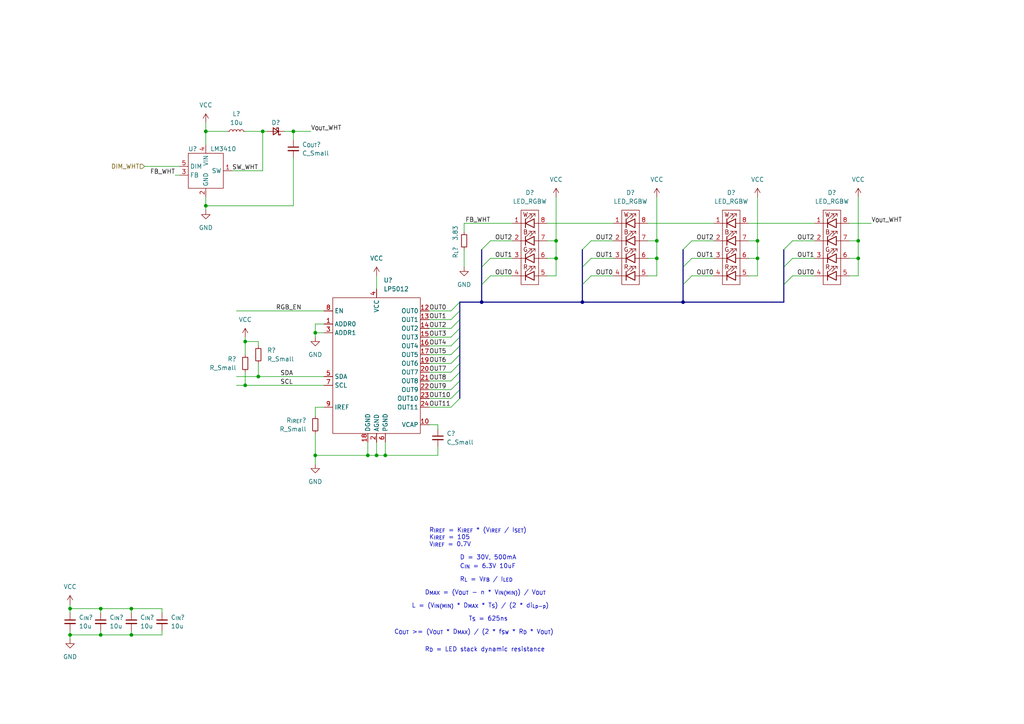
<source format=kicad_sch>
(kicad_sch (version 20211123) (generator eeschema)
  (paper "A4")
  (title_block (title "Sunrise Clock LED Control") (date "2023-01-04") (rev "0") (company "Microcode"))
  (lib_symbols
    (symbol "Device:C_Small" (pin_numbers hide) (pin_names (offset 0.254) hide)
      (property "Reference" "C" (at 0.254 1.778 0))
      (property "Value" "C_Small" (at 0.254 -2.032 0))
      (symbol "C_Small_0_1"
        (polyline (pts (xy -1.524 -0.508) (xy 1.524 -0.508)) (stroke (width 0.3302)))
        (polyline (pts (xy -1.524 0.508) (xy 1.524 0.508)) (stroke (width 0.3048)))
      )
      (symbol "C_Small_1_1"
        (pin passive line (at 0 2.54 270) (length 2.032) (name "~") (number "1"))
        (pin passive line (at 0 -2.54 90) (length 2.032) (name "~") (number "2"))
      )
    )
    (symbol "Device:D_Schottky_Small" (pin_numbers hide) (pin_names (offset 0.254) hide)
      (property "Reference" "D" (at -1.27 2.032 0))
      (property "Value" "D_Schottky_Small" (at -7.112 -2.032 0))
      (symbol "D_Schottky_Small_0_1"
        (polyline (pts (xy -0.762 0) (xy 0.762 0)))
        (polyline (pts (xy 0.762 -1.016) (xy -0.762 0) (xy 0.762 1.016) (xy 0.762 -1.016)) (stroke (width 0.254)))
        (polyline (pts (xy -1.27 0.762) (xy -1.27 1.016) (xy -0.762 1.016) (xy -0.762 -1.016) (xy -0.254 -1.016) (xy -0.254 -0.762)) (stroke (width 0.254)))
      )
      (symbol "D_Schottky_Small_1_1"
        (pin passive line (at -2.54 0 0) (length 1.778) (name "K") (number "1"))
        (pin passive line (at 2.54 0 180) (length 1.778) (name "A") (number "2"))
      )
    )
    (symbol "Device:L_Small" (pin_numbers hide) (pin_names (offset 0.254) hide)
      (property "Reference" "L" (at 0.762 1.016 0))
      (property "Value" "L_Small" (at 0.762 -1.016 0))
      (symbol "L_Small_0_1"
        (arc (start 0 -2.032) (mid 0.508 -1.524) (end 0 -1.016))
        (arc (start 0 -1.016) (mid 0.508 -0.508) (end 0 0))
        (arc (start 0 0) (mid 0.508 0.508) (end 0 1.016))
        (arc (start 0 1.016) (mid 0.508 1.524) (end 0 2.032))
      )
      (symbol "L_Small_1_1"
        (pin passive line (at 0 2.54 270) (length 0.508) (name "~") (number "1"))
        (pin passive line (at 0 -2.54 90) (length 0.508) (name "~") (number "2"))
      )
    )
    (symbol "Device:R_Small" (pin_numbers hide) (pin_names (offset 0.254) hide)
      (property "Reference" "R" (at 0.762 0.508 0))
      (property "Value" "R_Small" (at 0.762 -1.016 0))
      (symbol "R_Small_0_1"
        (rectangle (start -0.762 1.778) (end 0.762 -1.778) (stroke (width 0.2032)))
      )
      (symbol "R_Small_1_1"
        (pin passive line (at 0 2.54 270) (length 0.762) (name "~") (number "1"))
        (pin passive line (at 0 -2.54 90) (length 0.762) (name "~") (number "2"))
      )
    )
    (symbol "custom:LED_RGBW"
      (property "Reference" "D" (at 12.7 24.13 0))
      (property "Value" "LED_RGBW" (at 19.05 20.32 0))
      (symbol "LED_RGBW_0_0"
        (text "B" (at -1.27 5.08 0) (effects (font (size 1.27 1.27))))
        (text "G" (at -1.27 0 0) (effects (font (size 1.27 1.27))))
        (text "R" (at -1.27 -5.08 0) (effects (font (size 1.27 1.27))))
        (text "W" (at -1.27 10.16 0) (effects (font (size 1.27 1.27))))
        (pin passive line (at -5.08 7.62 0) (length 2.54) (name "") (number "1"))
        (pin passive line (at -5.08 2.54 0) (length 2.54) (name "") (number "2"))
        (pin passive line (at -5.08 -2.54 0) (length 2.54) (name "") (number "3"))
        (pin passive line (at -5.08 -7.62 0) (length 2.54) (name "") (number "4"))
        (pin passive line (at 5.08 -7.62 180) (length 2.54) (name "") (number "5"))
        (pin passive line (at 5.08 -2.54 180) (length 2.54) (name "") (number "6"))
        (pin passive line (at 5.08 2.54 180) (length 2.54) (name "") (number "7"))
        (pin passive line (at 5.08 7.62 180) (length 2.54) (name "") (number "8"))
      )
      (symbol "LED_RGBW_0_1"
        (rectangle (start -2.54 11.43) (end 2.54 -10.16))
        (polyline (pts (xy -1.27 -7.62) (xy -2.54 -7.62)))
        (polyline (pts (xy -1.27 -6.35) (xy -1.27 -8.89)) (stroke (width 0.254)))
        (polyline (pts (xy -1.27 -2.54) (xy -2.54 -2.54)))
        (polyline (pts (xy -1.27 -1.27) (xy -1.27 -3.81)) (stroke (width 0.254)))
        (polyline (pts (xy -1.27 2.54) (xy -2.54 2.54)))
        (polyline (pts (xy -1.27 3.81) (xy -1.27 1.27)) (stroke (width 0.254)))
        (polyline (pts (xy -1.27 7.62) (xy -2.54 7.62)))
        (polyline (pts (xy -1.27 8.89) (xy -1.27 6.35)) (stroke (width 0.254)))
        (polyline (pts (xy 2.54 -7.62) (xy 1.27 -7.62)))
        (polyline (pts (xy 2.54 -2.54) (xy 1.27 -2.54)))
        (polyline (pts (xy 2.54 2.54) (xy 1.27 2.54)))
        (polyline (pts (xy 2.54 7.62) (xy 1.27 7.62)))
        (polyline (pts (xy 1.27 -6.35) (xy 1.27 -8.89) (xy -1.27 -7.62) (xy 1.27 -6.35)) (stroke (width 0.254)))
        (polyline (pts (xy 1.27 -1.27) (xy 1.27 -3.81) (xy -1.27 -2.54) (xy 1.27 -1.27)) (stroke (width 0.254)))
        (polyline (pts (xy 1.27 3.81) (xy 1.27 1.27) (xy -1.27 2.54) (xy 1.27 3.81)) (stroke (width 0.254)))
        (polyline (pts (xy 1.27 8.89) (xy 1.27 6.35) (xy -1.27 7.62) (xy 1.27 8.89)) (stroke (width 0.254)))
        (polyline (pts (xy -1.016 -6.35) (xy 0.508 -4.826) (xy -0.254 -4.826) (xy 0.508 -4.826) (xy 0.508 -5.588)))
        (polyline (pts (xy -1.016 -1.27) (xy 0.508 0.254) (xy -0.254 0.254) (xy 0.508 0.254) (xy 0.508 -0.508)))
        (polyline (pts (xy -1.016 3.81) (xy 0.508 5.334) (xy -0.254 5.334) (xy 0.508 5.334) (xy 0.508 4.572)))
        (polyline (pts (xy -1.016 8.89) (xy 0.508 10.414) (xy -0.254 10.414) (xy 0.508 10.414) (xy 0.508 9.652)))
        (polyline (pts (xy 0 -6.35) (xy 1.524 -4.826) (xy 0.762 -4.826) (xy 1.524 -4.826) (xy 1.524 -5.588)))
        (polyline (pts (xy 0 -1.27) (xy 1.524 0.254) (xy 0.762 0.254) (xy 1.524 0.254) (xy 1.524 -0.508)))
        (polyline (pts (xy 0 3.81) (xy 1.524 5.334) (xy 0.762 5.334) (xy 1.524 5.334) (xy 1.524 4.572)))
        (polyline (pts (xy 0 8.89) (xy 1.524 10.414) (xy 0.762 10.414) (xy 1.524 10.414) (xy 1.524 9.652)))
      )
    )
    (symbol "custom:LM3410"
      (property "Reference" "U" (at -5.08 6.35 0))
      (property "Value" "LM3410" (at 5.08 6.35 0))
      (symbol "LM3410_0_0"
        (rectangle (start -5.08 5.08) (end 5.08 -5.08))
        (pin output line (at 7.62 0 180) (length 2.54) (name "SW") (number "1"))
        (pin passive line (at 0 -7.62 90) (length 2.54) (name "GND") (number "2"))
        (pin input line (at -7.62 -1.27 0) (length 2.54) (name "FB") (number "3"))
        (pin input line (at 0 7.62 270) (length 2.54) (name "VIN") (number "4"))
        (pin input line (at -7.62 1.27 0) (length 2.54) (name "DIM") (number "5"))
      )
    )
    (symbol "custom:LP5012"
      (property "Reference" "U" (at -11.43 21.59 0))
      (property "Value" "LP5012" (at 8.89 21.59 0))
      (symbol "LP5012_0_0"
        (pin input line (at -15.24 12.7 0) (length 2.54) (name "ADDR0") (number "1"))
        (pin output line (at 15.24 -16.51 180) (length 2.54) (name "VCAP") (number "10"))
        (pin no_connect non_logic (at -15.24 3.81 0) (length 2.54) hide (name "NC") (number "11"))
        (pin output line (at 15.24 16.51 180) (length 2.54) (name "OUT0") (number "12"))
        (pin output line (at 15.24 13.97 180) (length 2.54) (name "OUT1") (number "13"))
        (pin output line (at 15.24 11.43 180) (length 2.54) (name "OUT2") (number "14"))
        (pin output line (at 15.24 8.89 180) (length 2.54) (name "OUT3") (number "15"))
        (pin output line (at 15.24 6.35 180) (length 2.54) (name "OUT4") (number "16"))
        (pin output line (at 15.24 3.81 180) (length 2.54) (name "OUT5") (number "17"))
        (pin passive line (at -2.54 -21.59 90) (length 2.54) (name "DGND") (number "18"))
        (pin output line (at 15.24 1.27 180) (length 2.54) (name "OUT6") (number "19"))
        (pin passive line (at 0 -21.59 90) (length 2.54) (name "AGND") (number "2"))
        (pin output line (at 15.24 -1.27 180) (length 2.54) (name "OUT7") (number "20"))
        (pin output line (at 15.24 -3.81 180) (length 2.54) (name "OUT8") (number "21"))
        (pin output line (at 15.24 -6.35 180) (length 2.54) (name "OUT9") (number "22"))
        (pin output line (at 15.24 -8.89 180) (length 2.54) (name "OUT10") (number "23"))
        (pin output line (at 15.24 -11.43 180) (length 2.54) (name "OUT11") (number "24"))
        (pin input line (at -15.24 10.16 0) (length 2.54) (name "ADDR1") (number "3"))
        (pin passive line (at 0 22.86 270) (length 2.54) (name "VCC") (number "4"))
        (pin bidirectional line (at -15.24 -2.54 0) (length 2.54) (name "SDA") (number "5"))
        (pin passive line (at 2.54 -21.59 90) (length 2.54) (name "PGND") (number "6"))
        (pin input line (at -15.24 -5.08 0) (length 2.54) (name "SCL") (number "7"))
        (pin input line (at -15.24 16.51 0) (length 2.54) (name "EN") (number "8"))
        (pin passive line (at -15.24 -11.43 0) (length 2.54) (name "IREF") (number "9"))
      )
      (symbol "LP5012_0_1"
        (rectangle (start -12.7 20.32) (end 12.7 -19.05))
      )
    )
    (symbol "power:GND" (power) (pin_names (offset 0))
      (property "Value" "GND" (at 0 -3.81 0))
      (symbol "GND_0_1"
        (polyline (pts (xy 0 0) (xy 0 -1.27) (xy 1.27 -1.27) (xy 0 -2.54) (xy -1.27 -1.27) (xy 0 -1.27)))
      )
      (symbol "GND_1_1"
        (pin power_in line (at 0 0 270) (length 0) hide (name "GND") (number "1"))
      )
    )
    (symbol "power:VCC" (power) (pin_names (offset 0))
      (property "Value" "VCC" (at 0 3.81 0))
      (symbol "VCC_0_1"
        (polyline (pts (xy -0.762 1.27) (xy 0 2.54)))
        (polyline (pts (xy 0 0) (xy 0 2.54)))
        (polyline (pts (xy 0 2.54) (xy 0.762 1.27)))
      )
      (symbol "VCC_1_1"
        (pin power_in line (at 0 0 90) (length 0) hide (name "VCC") (number "1"))
      )
    )
  )
  (junction (at 198.12 87.63))
  (junction (at 29.21 184.15))
  (junction (at 91.44 96.52))
  (junction (at 190.5 69.85))
  (junction (at 161.29 69.85))
  (junction (at 111.76 132.08))
  (junction (at 85.09 38.1))
  (junction (at 91.44 132.08))
  (junction (at 168.91 87.63))
  (junction (at 20.32 176.53))
  (junction (at 248.92 69.85))
  (junction (at 38.1 184.15))
  (junction (at 59.69 59.69))
  (junction (at 29.21 176.53))
  (junction (at 20.32 184.15))
  (junction (at 190.5 74.93))
  (junction (at 109.22 132.08))
  (junction (at 219.71 69.85))
  (junction (at 106.68 132.08))
  (junction (at 59.69 38.1))
  (junction (at 74.93 109.22))
  (junction (at 139.7 87.63))
  (junction (at 161.29 74.93))
  (junction (at 71.12 111.76))
  (junction (at 38.1 176.53))
  (junction (at 71.12 99.06))
  (junction (at 76.2 38.1))
  (junction (at 219.71 74.93))
  (junction (at 248.92 74.93))
  (bus_entry (at 171.45 69.85) (size -2.54 2.54))
  (bus_entry (at 200.66 69.85) (size -2.54 2.54))
  (bus_entry (at 200.66 80.01) (size -2.54 2.54))
  (bus_entry (at 229.87 69.85) (size -2.54 2.54))
  (bus_entry (at 130.81 100.33) (size 2.54 -2.54))
  (bus_entry (at 130.81 107.95) (size 2.54 -2.54))
  (bus_entry (at 142.24 69.85) (size -2.54 2.54))
  (bus_entry (at 130.81 92.71) (size 2.54 -2.54))
  (bus_entry (at 142.24 74.93) (size -2.54 2.54))
  (bus_entry (at 130.81 102.87) (size 2.54 -2.54))
  (bus_entry (at 142.24 80.01) (size -2.54 2.54))
  (bus_entry (at 130.81 90.17) (size 2.54 -2.54))
  (bus_entry (at 130.81 95.25) (size 2.54 -2.54))
  (bus_entry (at 229.87 74.93) (size -2.54 2.54))
  (bus_entry (at 171.45 80.01) (size -2.54 2.54))
  (bus_entry (at 130.81 97.79) (size 2.54 -2.54))
  (bus_entry (at 200.66 74.93) (size -2.54 2.54))
  (bus_entry (at 171.45 74.93) (size -2.54 2.54))
  (bus_entry (at 130.81 110.49) (size 2.54 -2.54))
  (bus_entry (at 229.87 80.01) (size -2.54 2.54))
  (bus_entry (at 130.81 118.11) (size 2.54 -2.54))
  (bus_entry (at 130.81 105.41) (size 2.54 -2.54))
  (bus_entry (at 130.81 113.03) (size 2.54 -2.54))
  (bus_entry (at 130.81 115.57) (size 2.54 -2.54))
  (wire (pts (xy 217.17 69.85) (xy 219.71 69.85)))
  (wire (pts (xy 93.98 118.11) (xy 91.44 118.11)))
  (bus (pts (xy 168.91 87.63) (xy 198.12 87.63)))
  (wire (pts (xy 20.32 184.15) (xy 20.32 185.42)))
  (wire (pts (xy 68.58 111.76) (xy 71.12 111.76)))
  (wire (pts (xy 127 132.08) (xy 111.76 132.08)))
  (wire (pts (xy 246.38 64.77) (xy 252.73 64.77)))
  (bus (pts (xy 133.35 107.95) (xy 133.35 105.41)))
  (bus (pts (xy 133.35 92.71) (xy 133.35 90.17)))
  (wire (pts (xy 59.69 59.69) (xy 59.69 60.96)))
  (wire (pts (xy 111.76 128.27) (xy 111.76 132.08)))
  (wire (pts (xy 219.71 69.85) (xy 219.71 74.93)))
  (wire (pts (xy 124.46 102.87) (xy 130.81 102.87)))
  (wire (pts (xy 219.71 57.15) (xy 219.71 69.85)))
  (wire (pts (xy 124.46 90.17) (xy 130.81 90.17)))
  (bus (pts (xy 139.7 82.55) (xy 139.7 87.63)))
  (wire (pts (xy 38.1 176.53) (xy 46.99 176.53)))
  (wire (pts (xy 148.59 74.93) (xy 142.24 74.93)))
  (wire (pts (xy 20.32 182.88) (xy 20.32 184.15)))
  (wire (pts (xy 158.75 69.85) (xy 161.29 69.85)))
  (wire (pts (xy 59.69 35.56) (xy 59.69 38.1)))
  (wire (pts (xy 91.44 132.08) (xy 91.44 125.73)))
  (wire (pts (xy 50.8 50.8) (xy 52.07 50.8)))
  (wire (pts (xy 161.29 69.85) (xy 161.29 74.93)))
  (wire (pts (xy 85.09 59.69) (xy 59.69 59.69)))
  (wire (pts (xy 246.38 74.93) (xy 248.92 74.93)))
  (wire (pts (xy 248.92 57.15) (xy 248.92 69.85)))
  (wire (pts (xy 74.93 100.33) (xy 74.93 99.06)))
  (wire (pts (xy 217.17 64.77) (xy 236.22 64.77)))
  (wire (pts (xy 124.46 100.33) (xy 130.81 100.33)))
  (wire (pts (xy 20.32 175.26) (xy 20.32 176.53)))
  (bus (pts (xy 227.33 72.39) (xy 227.33 77.47)))
  (wire (pts (xy 124.46 97.79) (xy 130.81 97.79)))
  (wire (pts (xy 148.59 69.85) (xy 142.24 69.85)))
  (bus (pts (xy 168.91 82.55) (xy 168.91 87.63)))
  (wire (pts (xy 124.46 92.71) (xy 130.81 92.71)))
  (wire (pts (xy 161.29 57.15) (xy 161.29 69.85)))
  (wire (pts (xy 177.8 80.01) (xy 171.45 80.01)))
  (wire (pts (xy 219.71 74.93) (xy 219.71 80.01)))
  (wire (pts (xy 190.5 74.93) (xy 190.5 80.01)))
  (wire (pts (xy 46.99 176.53) (xy 46.99 177.8)))
  (wire (pts (xy 41.91 48.26) (xy 52.07 48.26)))
  (wire (pts (xy 29.21 184.15) (xy 38.1 184.15)))
  (wire (pts (xy 71.12 38.1) (xy 76.2 38.1)))
  (bus (pts (xy 198.12 77.47) (xy 198.12 82.55)))
  (wire (pts (xy 91.44 132.08) (xy 91.44 134.62)))
  (wire (pts (xy 20.32 184.15) (xy 29.21 184.15)))
  (wire (pts (xy 148.59 80.01) (xy 142.24 80.01)))
  (wire (pts (xy 127 129.54) (xy 127 132.08)))
  (wire (pts (xy 38.1 184.15) (xy 46.99 184.15)))
  (wire (pts (xy 124.46 123.19) (xy 127 123.19)))
  (wire (pts (xy 246.38 69.85) (xy 248.92 69.85)))
  (wire (pts (xy 71.12 99.06) (xy 71.12 102.87)))
  (bus (pts (xy 227.33 82.55) (xy 227.33 87.63)))
  (wire (pts (xy 38.1 176.53) (xy 38.1 177.8)))
  (wire (pts (xy 91.44 93.98) (xy 91.44 96.52)))
  (bus (pts (xy 198.12 82.55) (xy 198.12 87.63)))
  (bus (pts (xy 227.33 77.47) (xy 227.33 82.55)))
  (wire (pts (xy 217.17 74.93) (xy 219.71 74.93)))
  (wire (pts (xy 124.46 95.25) (xy 130.81 95.25)))
  (bus (pts (xy 198.12 87.63) (xy 227.33 87.63)))
  (wire (pts (xy 85.09 38.1) (xy 85.09 40.64)))
  (wire (pts (xy 106.68 128.27) (xy 106.68 132.08)))
  (bus (pts (xy 133.35 95.25) (xy 133.35 92.71)))
  (bus (pts (xy 133.35 87.63) (xy 139.7 87.63)))
  (wire (pts (xy 67.31 49.53) (xy 76.2 49.53)))
  (wire (pts (xy 124.46 113.03) (xy 130.81 113.03)))
  (bus (pts (xy 139.7 87.63) (xy 168.91 87.63)))
  (wire (pts (xy 124.46 105.41) (xy 130.81 105.41)))
  (wire (pts (xy 158.75 80.01) (xy 161.29 80.01)))
  (wire (pts (xy 177.8 69.85) (xy 171.45 69.85)))
  (bus (pts (xy 133.35 90.17) (xy 133.35 87.63)))
  (bus (pts (xy 133.35 100.33) (xy 133.35 97.79)))
  (wire (pts (xy 158.75 64.77) (xy 177.8 64.77)))
  (bus (pts (xy 133.35 102.87) (xy 133.35 100.33)))
  (wire (pts (xy 68.58 90.17) (xy 93.98 90.17)))
  (wire (pts (xy 187.96 80.01) (xy 190.5 80.01)))
  (wire (pts (xy 161.29 74.93) (xy 161.29 80.01)))
  (wire (pts (xy 134.62 67.31) (xy 134.62 64.77)))
  (wire (pts (xy 85.09 38.1) (xy 90.17 38.1)))
  (bus (pts (xy 133.35 113.03) (xy 133.35 110.49)))
  (wire (pts (xy 236.22 74.93) (xy 229.87 74.93)))
  (wire (pts (xy 71.12 111.76) (xy 93.98 111.76)))
  (wire (pts (xy 109.22 128.27) (xy 109.22 132.08)))
  (bus (pts (xy 133.35 115.57) (xy 133.35 113.03)))
  (wire (pts (xy 20.32 176.53) (xy 29.21 176.53)))
  (wire (pts (xy 29.21 176.53) (xy 38.1 176.53)))
  (wire (pts (xy 236.22 80.01) (xy 229.87 80.01)))
  (bus (pts (xy 198.12 72.39) (xy 198.12 77.47)))
  (wire (pts (xy 91.44 118.11) (xy 91.44 120.65)))
  (wire (pts (xy 93.98 93.98) (xy 91.44 93.98)))
  (wire (pts (xy 71.12 97.79) (xy 71.12 99.06)))
  (wire (pts (xy 74.93 99.06) (xy 71.12 99.06)))
  (wire (pts (xy 246.38 80.01) (xy 248.92 80.01)))
  (wire (pts (xy 76.2 49.53) (xy 76.2 38.1)))
  (wire (pts (xy 236.22 69.85) (xy 229.87 69.85)))
  (wire (pts (xy 187.96 64.77) (xy 207.01 64.77)))
  (bus (pts (xy 168.91 72.39) (xy 168.91 77.47)))
  (wire (pts (xy 59.69 38.1) (xy 66.04 38.1)))
  (wire (pts (xy 207.01 74.93) (xy 200.66 74.93)))
  (wire (pts (xy 91.44 96.52) (xy 91.44 97.79)))
  (wire (pts (xy 127 123.19) (xy 127 124.46)))
  (wire (pts (xy 109.22 132.08) (xy 106.68 132.08)))
  (wire (pts (xy 106.68 132.08) (xy 91.44 132.08)))
  (bus (pts (xy 168.91 77.47) (xy 168.91 82.55)))
  (wire (pts (xy 109.22 80.01) (xy 109.22 83.82)))
  (wire (pts (xy 124.46 110.49) (xy 130.81 110.49)))
  (wire (pts (xy 248.92 69.85) (xy 248.92 74.93)))
  (wire (pts (xy 248.92 74.93) (xy 248.92 80.01)))
  (wire (pts (xy 124.46 115.57) (xy 130.81 115.57)))
  (wire (pts (xy 38.1 182.88) (xy 38.1 184.15)))
  (wire (pts (xy 68.58 109.22) (xy 74.93 109.22)))
  (wire (pts (xy 82.55 38.1) (xy 85.09 38.1)))
  (wire (pts (xy 207.01 80.01) (xy 200.66 80.01)))
  (bus (pts (xy 139.7 77.47) (xy 139.7 82.55)))
  (wire (pts (xy 111.76 132.08) (xy 109.22 132.08)))
  (wire (pts (xy 190.5 57.15) (xy 190.5 69.85)))
  (wire (pts (xy 91.44 96.52) (xy 93.98 96.52)))
  (wire (pts (xy 29.21 176.53) (xy 29.21 177.8)))
  (wire (pts (xy 124.46 118.11) (xy 130.81 118.11)))
  (wire (pts (xy 29.21 182.88) (xy 29.21 184.15)))
  (wire (pts (xy 158.75 74.93) (xy 161.29 74.93)))
  (wire (pts (xy 20.32 176.53) (xy 20.32 177.8)))
  (bus (pts (xy 133.35 97.79) (xy 133.35 95.25)))
  (wire (pts (xy 46.99 184.15) (xy 46.99 182.88)))
  (wire (pts (xy 207.01 69.85) (xy 200.66 69.85)))
  (bus (pts (xy 139.7 72.39) (xy 139.7 77.47)))
  (wire (pts (xy 187.96 74.93) (xy 190.5 74.93)))
  (wire (pts (xy 134.62 64.77) (xy 148.59 64.77)))
  (wire (pts (xy 85.09 45.72) (xy 85.09 59.69)))
  (wire (pts (xy 74.93 105.41) (xy 74.93 109.22)))
  (wire (pts (xy 187.96 69.85) (xy 190.5 69.85)))
  (wire (pts (xy 59.69 38.1) (xy 59.69 41.91)))
  (wire (pts (xy 76.2 38.1) (xy 77.47 38.1)))
  (wire (pts (xy 177.8 74.93) (xy 171.45 74.93)))
  (wire (pts (xy 217.17 80.01) (xy 219.71 80.01)))
  (bus (pts (xy 133.35 105.41) (xy 133.35 102.87)))
  (bus (pts (xy 133.35 110.49) (xy 133.35 107.95)))
  (wire (pts (xy 124.46 107.95) (xy 130.81 107.95)))
  (wire (pts (xy 59.69 57.15) (xy 59.69 59.69)))
  (wire (pts (xy 74.93 109.22) (xy 93.98 109.22)))
  (wire (pts (xy 190.5 69.85) (xy 190.5 74.93)))
  (wire (pts (xy 71.12 107.95) (xy 71.12 111.76)))
  (wire (pts (xy 134.62 72.39) (xy 134.62 77.47)))
  (text "C_{OUT} >= (V_{OUT} * D_{MAX}) / (2 * f_{SW} * R_{D} * V_{OUT})" (at 114.3 184.15 0) (effects (font (size 1.27 1.27)) (justify left bottom)))
  (text "R_{IREF} = K_{IREF} * (V_{IREF} / I_{SET})\nK_{IREF} = 105\nV_{IREF} = 0.7V" (at 124.46 158.75 0) (effects (font (size 1.27 1.27)) (justify left bottom)))
  (text "C_{IN} = 6.3V 10uF" (at 133.35 165.1 0) (effects (font (size 1.27 1.27)) (justify left bottom)))
  (text "T_{S} = 625ns" (at 135.89 180.34 0) (effects (font (size 1.27 1.27)) (justify left bottom)))
  (text "R_{L} = V_{FB} / I_{LED}" (at 133.35 168.91 0) (effects (font (size 1.27 1.27)) (justify left bottom)))
  (text "D = 30V, 500mA" (at 133.35 162.56 0) (effects (font (size 1.27 1.27)) (justify left bottom)))
  (text "R_{D} = LED stack dynamic resistance" (at 123.19 189.23 0) (effects (font (size 1.27 1.27)) (justify left bottom)))
  (text "L = (V_{IN(MIN)} * D_{MAX} * T_{S}) / (2 * di_{Lp-p})" (at 119.38 176.53 0) (effects (font (size 1.27 1.27)) (justify left bottom)))
  (text "D_{MAX} = (V_{OUT} - n * V_{IN(MIN)}) / V_{OUT}" (at 123.19 172.72 0) (effects (font (size 1.27 1.27)) (justify left bottom)))
  (label "OUT0" (at 148.59 80.01 180))
  (label "FB_WHT" (at 142.24 64.77 180))
  (label "OUT2" (at 124.46 95.25 0))
  (label "OUT1" (at 177.8 74.93 180))
  (label "OUT1" (at 148.59 74.93 180))
  (label "OUT3" (at 124.46 97.79 0))
  (label "OUT0" (at 177.8 80.01 180))
  (label "SW_WHT" (at 67.31 49.53 0))
  (label "OUT1" (at 207.01 74.93 180))
  (label "OUT0" (at 124.46 90.17 0))
  (label "OUT10" (at 124.46 115.57 0))
  (label "OUT2" (at 236.22 69.85 180))
  (label "SCL" (at 81.28 111.76 0))
  (label "OUT2" (at 148.59 69.85 180))
  (label "OUT7" (at 124.46 107.95 0))
  (label "V_{OUT}_WHT" (at 90.17 38.1 0))
  (label "OUT2" (at 177.8 69.85 180))
  (label "OUT8" (at 124.46 110.49 0))
  (label "OUT2" (at 207.01 69.85 180))
  (label "SDA" (at 81.28 109.22 0))
  (label "OUT9" (at 124.46 113.03 0))
  (label "OUT11" (at 124.46 118.11 0))
  (label "V_{OUT}_WHT" (at 252.73 64.77 0))
  (label "OUT4" (at 124.46 100.33 0))
  (label "RGB_EN" (at 80.01 90.17 0))
  (label "OUT6" (at 124.46 105.41 0))
  (label "OUT0" (at 236.22 80.01 180))
  (label "OUT0" (at 207.01 80.01 180))
  (label "OUT1" (at 236.22 74.93 180))
  (label "OUT1" (at 124.46 92.71 0))
  (label "FB_WHT" (at 50.8 50.8 180))
  (label "OUT5" (at 124.46 102.87 0))
  (hierarchical_label "DIM_WHT" (shape input) (at 41.91 48.26 180))
  (symbol (lib_id "power:GND") (at 91.44 97.79 0) (unit 1)
    (property "Reference" "#PWR?" (effects hide))
    (property "Value" "GND" (at 91.44 102.87 0))
  )
  (symbol (lib_id "Device:L_Small") (at 68.58 38.1 90) (unit 1)
    (property "Reference" "L?" (at 68.58 33.02 90))
    (property "Value" "10u" (at 68.58 35.56 90))
  )
  (symbol (lib_id "power:GND") (at 91.44 134.62 0) (unit 1)
    (property "Reference" "#PWR?" (effects hide))
    (property "Value" "GND" (at 91.44 139.7 0))
  )
  (symbol (lib_id "power:VCC") (at 71.12 97.79 0) (unit 1)
    (property "Reference" "#PWR?" (effects hide))
    (property "Value" "VCC" (at 71.12 92.71 0))
  )
  (symbol (lib_id "power:VCC") (at 219.71 57.15 0) (unit 1)
    (property "Reference" "#PWR?" (effects hide))
    (property "Value" "VCC" (at 219.71 52.07 0))
  )
  (symbol (lib_id "custom:LP5012") (at 109.22 106.68 0) (unit 1)
    (property "Reference" "U?" (at 111.2394 81.28 0) (effects (justify left)))
    (property "Value" "LP5012" (at 111.2394 83.82 0) (effects (justify left)))
    (property "Footprint" "Package_SO:TSSOP-24_4.4x7.8mm_P0.65mm" (effects hide))
    (property "Datasheet" "https://www.ti.com/lit/ds/symlink/lp5009.pdf" (effects hide))
  )
  (symbol (lib_id "custom:LED_RGBW") (at 212.09 72.39 0) (unit 1)
    (property "Reference" "D?" (at 212.09 55.88 0))
    (property "Value" "LED_RGBW" (at 212.09 58.42 0))
    (property "Footprint" "sunrise:LED_RBGW_PLCC-8" (effects hide))
    (property "Datasheet" "https://www.qt-brightek.com/datasheet/QBLP679-RGBXW.pdf" (effects hide))
  )
  (symbol (lib_id "Device:C_Small") (at 85.09 43.18 0) (unit 1)
    (property "Reference" "C_{OUT}?" (at 87.63 41.9162 0) (effects (justify left)))
    (property "Value" "C_Small" (at 87.63 44.4562 0) (effects (justify left)))
  )
  (symbol (lib_id "custom:LED_RGBW") (at 241.3 72.39 0) (unit 1)
    (property "Reference" "D?" (at 241.3 55.88 0))
    (property "Value" "LED_RGBW" (at 241.3 58.42 0))
    (property "Footprint" "sunrise:LED_RBGW_PLCC-8" (effects hide))
    (property "Datasheet" "https://www.qt-brightek.com/datasheet/QBLP679-RGBXW.pdf" (effects hide))
  )
  (symbol (lib_id "Device:C_Small") (at 29.21 180.34 0) (unit 1)
    (property "Reference" "C_{IN}?" (at 31.75 179.0762 0) (effects (justify left)))
    (property "Value" "10u" (at 31.75 181.6162 0) (effects (justify left)))
  )
  (symbol (lib_id "custom:LED_RGBW") (at 182.88 72.39 0) (unit 1)
    (property "Reference" "D?" (at 182.88 55.88 0))
    (property "Value" "LED_RGBW" (at 182.88 58.42 0))
    (property "Footprint" "sunrise:LED_RBGW_PLCC-8" (effects hide))
    (property "Datasheet" "https://www.qt-brightek.com/datasheet/QBLP679-RGBXW.pdf" (effects hide))
  )
  (symbol (lib_id "Device:R_Small") (at 134.62 69.85 0) (unit 1)
    (property "Reference" "R_{L}?" (at 132.08 74.93 90) (effects (justify left)))
    (property "Value" "3.83" (at 132.08 69.85 90) (effects (justify left)))
  )
  (symbol (lib_id "power:GND") (at 134.62 77.47 0) (unit 1)
    (property "Reference" "#PWR?" (effects hide))
    (property "Value" "GND" (at 134.62 82.55 0))
  )
  (symbol (lib_id "power:VCC") (at 161.29 57.15 0) (unit 1)
    (property "Reference" "#PWR?" (effects hide))
    (property "Value" "VCC" (at 161.29 52.07 0))
  )
  (symbol (lib_id "power:VCC") (at 109.22 80.01 0) (unit 1)
    (property "Reference" "#PWR?" (effects hide))
    (property "Value" "VCC" (at 109.22 74.93 0))
  )
  (symbol (lib_id "custom:LED_RGBW") (at 153.67 72.39 0) (unit 1)
    (property "Reference" "D?" (at 153.67 55.88 0))
    (property "Value" "LED_RGBW" (at 153.67 58.42 0))
    (property "Footprint" "sunrise:LED_RBGW_PLCC-8" (effects hide))
    (property "Datasheet" "https://www.qt-brightek.com/datasheet/QBLP679-RGBXW.pdf" (effects hide))
  )
  (symbol (lib_id "custom:LM3410") (at 59.69 49.53 0) (unit 1)
    (property "Reference" "U?" (at 55.88 43.18 0))
    (property "Value" "LM3410" (at 64.77 43.18 0))
    (property "Footprint" "Package_TO_SOT_SMD:SOT-23-5" (effects hide))
    (property "Datasheet" "https://www.ti.com/lit/ds/symlink/lm3410.pdf?HQS=dis-dk-null-digikeymode-dsf-pf-null-wwe&ts=1672844280832&ref_url=https%253A%252F%252Fwww.ti.com%252Fgeneral%252Fdocs%252Fsuppproductinfo.tsp%253FdistId%253D10%2526gotoUrl%253Dhttps%253A%252F%252Fwww.ti.com%252Flit%252Fgpn%252Flm3410" (effects hide))
  )
  (symbol (lib_id "Device:D_Schottky_Small") (at 80.01 38.1 180) (unit 1)
    (property "Reference" "D?" (at 80.01 35.56 0))
    (property "Value" "D_Schottky_Small" (effects hide))
  )
  (symbol (lib_id "Device:R_Small") (at 74.93 102.87 0) (mirror y) (unit 1)
    (property "Reference" "R?" (at 77.47 101.5999 0) (effects (justify right)))
    (property "Value" "R_Small" (at 77.47 104.1399 0) (effects (justify right)))
  )
  (symbol (lib_id "Device:C_Small") (at 46.99 180.34 0) (unit 1)
    (property "Reference" "C_{IN}?" (at 49.53 179.0762 0) (effects (justify left)))
    (property "Value" "10u" (at 49.53 181.6162 0) (effects (justify left)))
  )
  (symbol (lib_id "power:GND") (at 20.32 185.42 0) (unit 1)
    (property "Reference" "#PWR?" (effects hide))
    (property "Value" "GND" (at 20.32 190.5 0))
  )
  (symbol (lib_id "Device:C_Small") (at 38.1 180.34 0) (unit 1)
    (property "Reference" "C_{IN}?" (at 40.64 179.0762 0) (effects (justify left)))
    (property "Value" "10u" (at 40.64 181.6162 0) (effects (justify left)))
  )
  (symbol (lib_id "power:VCC") (at 20.32 175.26 0) (unit 1)
    (property "Reference" "#PWR?" (effects hide))
    (property "Value" "VCC" (at 20.32 170.18 0))
  )
  (symbol (lib_id "power:VCC") (at 248.92 57.15 0) (unit 1)
    (property "Reference" "#PWR?" (effects hide))
    (property "Value" "VCC" (at 248.92 52.07 0))
  )
  (symbol (lib_id "Device:C_Small") (at 20.32 180.34 0) (unit 1)
    (property "Reference" "C_{IN}?" (at 22.86 179.0762 0) (effects (justify left)))
    (property "Value" "10u" (at 22.86 181.6162 0) (effects (justify left)))
  )
  (symbol (lib_id "power:VCC") (at 59.69 35.56 0) (unit 1)
    (property "Reference" "#PWR?" (effects hide))
    (property "Value" "VCC" (at 59.69 30.48 0))
  )
  (symbol (lib_id "Device:C_Small") (at 127 127 0) (unit 1)
    (property "Reference" "C?" (at 129.54 125.7362 0) (effects (justify left)))
    (property "Value" "C_Small" (at 129.54 128.2762 0) (effects (justify left)))
  )
  (symbol (lib_id "power:GND") (at 59.69 60.96 0) (unit 1)
    (property "Reference" "#PWR?" (effects hide))
    (property "Value" "GND" (at 59.69 66.04 0))
  )
  (symbol (lib_id "power:VCC") (at 190.5 57.15 0) (unit 1)
    (property "Reference" "#PWR?" (effects hide))
    (property "Value" "VCC" (at 190.5 52.07 0))
  )
  (symbol (lib_id "Device:R_Small") (at 91.44 123.19 0) (mirror x) (unit 1)
    (property "Reference" "R_{IREF}?" (at 88.9 121.9199 0) (effects (justify right)))
    (property "Value" "R_Small" (at 88.9 124.4599 0) (effects (justify right)))
  )
  (symbol (lib_id "Device:R_Small") (at 71.12 105.41 0) (mirror x) (unit 1)
    (property "Reference" "R?" (at 68.58 104.1399 0) (effects (justify right)))
    (property "Value" "R_Small" (at 68.58 106.6799 0) (effects (justify right)))
  )
)
</source>
